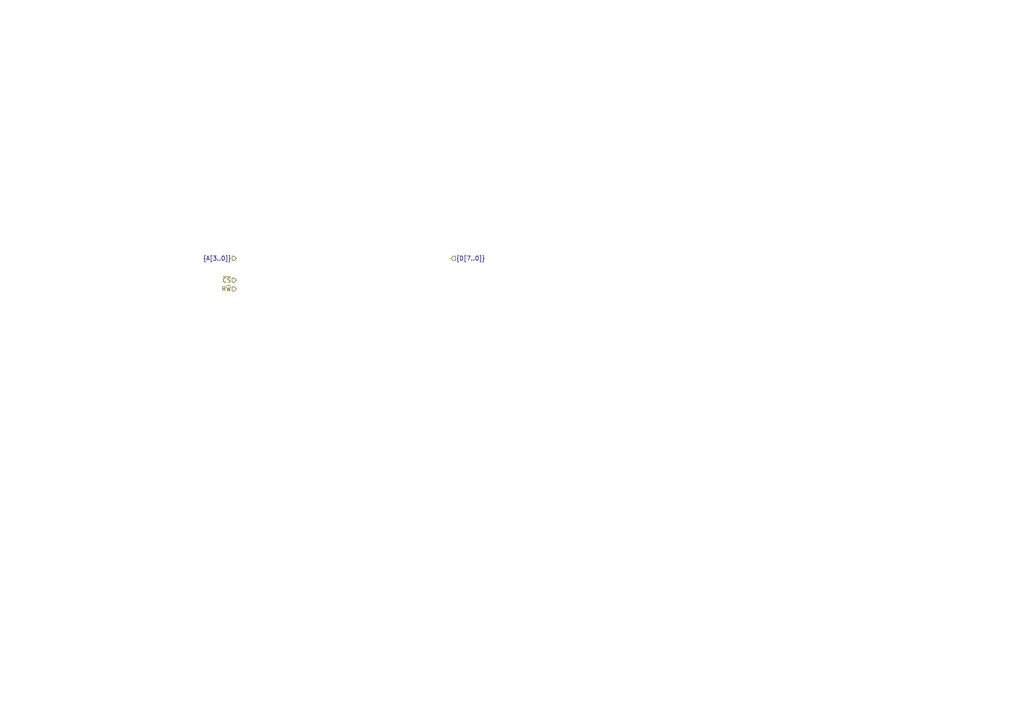
<source format=kicad_sch>
(kicad_sch (version 20230121) (generator eeschema)
  (paper "A4")
  (lib_symbols)
  (hierarchical_label "{A[3..0]}" (shape input) (at 68.58 74.93 180))
  (hierarchical_label "R~{W}" (shape input) (at 68.58 83.82 180))
  (hierarchical_label "~{CS}" (shape input) (at 68.58 81.28 180))
  (hierarchical_label "{D[7..0]}" (shape input) (at 130.81 74.93 0))
)
</source>
